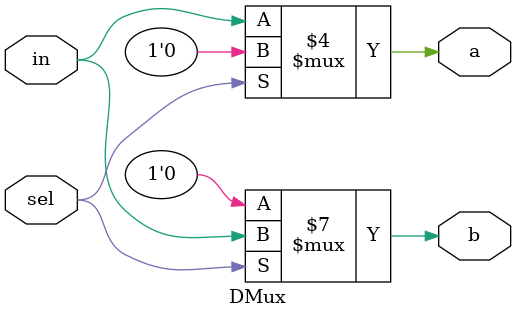
<source format=v>
module DMux (input in, input sel, output a, output b); 

//-------------Code Starts Here---------

	reg a, b;
	
	always@(*)
	begin
		a = 1'd0;
		b = 1'd0;
		
		if (sel == 1'd0)
				a = in;
		else
				b = in;
	end 

//-------------Code Ends Here---------

endmodule //End Of Module DMux

</source>
